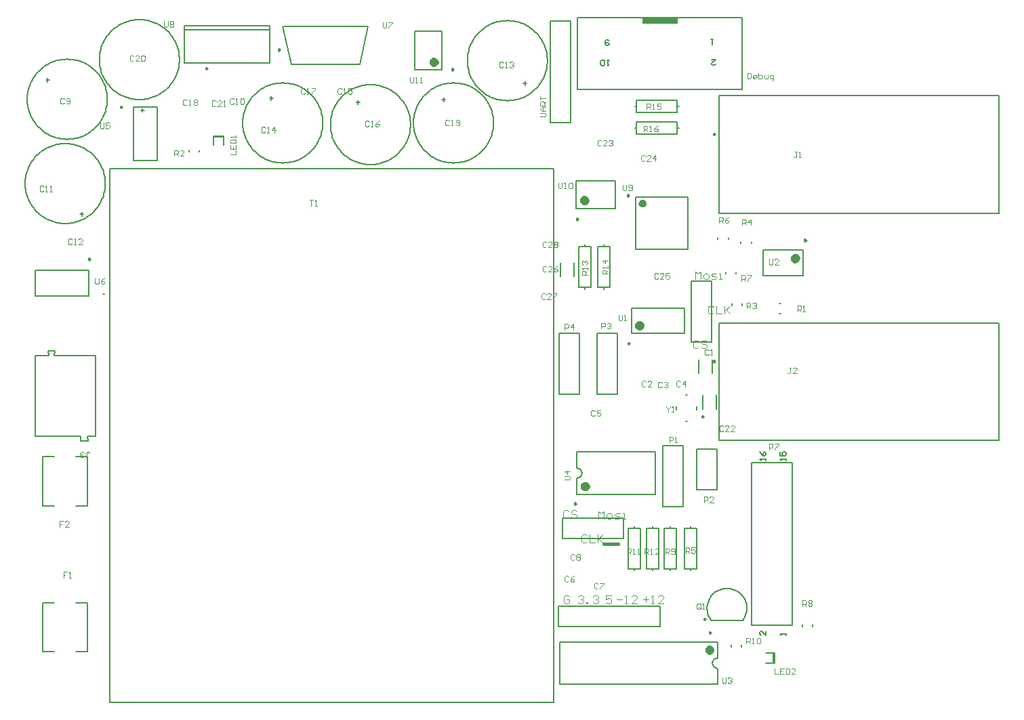
<source format=gto>
G04*
G04 #@! TF.GenerationSoftware,Altium Limited,Altium Designer,20.1.14 (287)*
G04*
G04 Layer_Color=65535*
%FSLAX25Y25*%
%MOIN*%
G70*
G04*
G04 #@! TF.SameCoordinates,DD9DAAA6-87D7-4B0E-BF1D-CD2AD6DAE19A*
G04*
G04*
G04 #@! TF.FilePolarity,Positive*
G04*
G01*
G75*
%ADD10C,0.00787*%
%ADD11C,0.00984*%
%ADD12C,0.02362*%
%ADD13C,0.01968*%
%ADD14C,0.00500*%
%ADD15C,0.01575*%
%ADD16C,0.00591*%
%ADD17C,0.00394*%
%ADD18C,0.00800*%
%ADD19C,0.00600*%
%ADD20R,0.05118X0.00803*%
%ADD21R,0.17716X0.03150*%
%ADD22R,0.00803X0.05118*%
D10*
X228185Y292292D02*
X228160Y293289D01*
X228084Y294284D01*
X227958Y295273D01*
X227782Y296255D01*
X227557Y297227D01*
X227282Y298185D01*
X226960Y299129D01*
X226590Y300055D01*
X226173Y300961D01*
X225711Y301846D01*
X225206Y302705D01*
X224657Y303538D01*
X224066Y304342D01*
X223436Y305115D01*
X222768Y305855D01*
X222062Y306560D01*
X221322Y307228D01*
X220549Y307859D01*
X219745Y308449D01*
X218913Y308998D01*
X218053Y309504D01*
X217169Y309966D01*
X216263Y310382D01*
X215337Y310752D01*
X214393Y311075D01*
X213434Y311349D01*
X212463Y311574D01*
X211481Y311750D01*
X210491Y311876D01*
X209497Y311952D01*
X208500Y311977D01*
X207503Y311952D01*
X206508Y311876D01*
X205519Y311750D01*
X204537Y311574D01*
X203566Y311349D01*
X202607Y311075D01*
X201663Y310752D01*
X200737Y310382D01*
X199831Y309966D01*
X198947Y309504D01*
X198087Y308998D01*
X197255Y308449D01*
X196451Y307859D01*
X195678Y307228D01*
X194938Y306560D01*
X194232Y305855D01*
X193564Y305115D01*
X192933Y304342D01*
X192343Y303538D01*
X191794Y302705D01*
X191288Y301846D01*
X190827Y300961D01*
X190410Y300055D01*
X190040Y299129D01*
X189718Y298185D01*
X189443Y297226D01*
X189218Y296255D01*
X189042Y295273D01*
X188916Y294284D01*
X188840Y293289D01*
X188815Y292292D01*
X188840Y291295D01*
X188916Y290301D01*
X189042Y289312D01*
X189218Y288330D01*
X189443Y287358D01*
X189718Y286399D01*
X190040Y285456D01*
X190410Y284529D01*
X190827Y283623D01*
X191288Y282739D01*
X191794Y281880D01*
X192343Y281047D01*
X192934Y280243D01*
X193564Y279470D01*
X194232Y278730D01*
X194938Y278025D01*
X195678Y277356D01*
X196451Y276726D01*
X197255Y276136D01*
X198087Y275587D01*
X198947Y275081D01*
X199831Y274619D01*
X200737Y274203D01*
X201663Y273833D01*
X202607Y273510D01*
X203566Y273236D01*
X204538Y273010D01*
X205519Y272834D01*
X206509Y272708D01*
X207503Y272633D01*
X208500Y272607D01*
X209497Y272633D01*
X210492Y272708D01*
X211481Y272834D01*
X212463Y273010D01*
X213434Y273236D01*
X214393Y273510D01*
X215337Y273833D01*
X216263Y274203D01*
X217169Y274619D01*
X218053Y275081D01*
X218913Y275587D01*
X219745Y276136D01*
X220549Y276726D01*
X221322Y277356D01*
X222062Y278025D01*
X222768Y278730D01*
X223436Y279470D01*
X224066Y280243D01*
X224657Y281047D01*
X225206Y281880D01*
X225712Y282739D01*
X226173Y283623D01*
X226590Y284529D01*
X226960Y285456D01*
X227282Y286400D01*
X227557Y287358D01*
X227782Y288330D01*
X227958Y289312D01*
X228084Y290301D01*
X228160Y291295D01*
X228185Y292292D01*
X36744Y208072D02*
X35957D01*
X36744D01*
X338280Y28950D02*
X337323Y28760D01*
X336512Y28218D01*
X335970Y27406D01*
X335780Y26450D01*
X335970Y25493D01*
X336512Y24682D01*
X337323Y24140D01*
X338280Y23950D01*
X144185Y292292D02*
X144160Y293289D01*
X144084Y294284D01*
X143958Y295273D01*
X143782Y296255D01*
X143557Y297227D01*
X143282Y298185D01*
X142960Y299129D01*
X142590Y300055D01*
X142173Y300962D01*
X141712Y301846D01*
X141206Y302705D01*
X140657Y303538D01*
X140067Y304342D01*
X139436Y305115D01*
X138768Y305855D01*
X138062Y306560D01*
X137322Y307229D01*
X136549Y307859D01*
X135745Y308449D01*
X134913Y308998D01*
X134053Y309504D01*
X133169Y309966D01*
X132263Y310382D01*
X131337Y310752D01*
X130393Y311075D01*
X129434Y311349D01*
X128463Y311575D01*
X127481Y311751D01*
X126491Y311877D01*
X125497Y311952D01*
X124500Y311978D01*
X123503Y311952D01*
X122509Y311877D01*
X121519Y311751D01*
X120537Y311575D01*
X119566Y311349D01*
X118607Y311075D01*
X117663Y310752D01*
X116737Y310382D01*
X115831Y309966D01*
X114947Y309504D01*
X114087Y308998D01*
X113254Y308449D01*
X112451Y307859D01*
X111678Y307229D01*
X110938Y306560D01*
X110232Y305855D01*
X109564Y305115D01*
X108933Y304342D01*
X108343Y303538D01*
X107794Y302705D01*
X107288Y301846D01*
X106827Y300962D01*
X106410Y300055D01*
X106040Y299129D01*
X105718Y298185D01*
X105443Y297227D01*
X105218Y296255D01*
X105042Y295273D01*
X104916Y294284D01*
X104840Y293289D01*
X104815Y292292D01*
X104840Y291295D01*
X104916Y290301D01*
X105042Y289312D01*
X105218Y288330D01*
X105443Y287358D01*
X105718Y286399D01*
X106040Y285456D01*
X106410Y284529D01*
X106827Y283623D01*
X107289Y282739D01*
X107794Y281880D01*
X108343Y281047D01*
X108934Y280243D01*
X109564Y279470D01*
X110232Y278730D01*
X110938Y278025D01*
X111678Y277356D01*
X112451Y276726D01*
X113255Y276136D01*
X114087Y275587D01*
X114947Y275081D01*
X115831Y274619D01*
X116737Y274203D01*
X117663Y273833D01*
X118607Y273510D01*
X119566Y273236D01*
X120537Y273010D01*
X121519Y272834D01*
X122509Y272708D01*
X123503Y272633D01*
X124500Y272607D01*
X125497Y272633D01*
X126492Y272708D01*
X127481Y272834D01*
X128463Y273010D01*
X129434Y273236D01*
X130393Y273510D01*
X131337Y273833D01*
X132263Y274203D01*
X133169Y274619D01*
X134053Y275081D01*
X134913Y275587D01*
X135746Y276136D01*
X136549Y276726D01*
X137322Y277356D01*
X138062Y278025D01*
X138768Y278730D01*
X139436Y279470D01*
X140067Y280243D01*
X140657Y281047D01*
X141206Y281880D01*
X141712Y282739D01*
X142173Y283623D01*
X142590Y284530D01*
X142960Y285456D01*
X143282Y286400D01*
X143557Y287358D01*
X143782Y288330D01*
X143958Y289312D01*
X144084Y290301D01*
X144160Y291296D01*
X144185Y292292D01*
X187343Y291450D02*
X187317Y292447D01*
X187241Y293441D01*
X187116Y294431D01*
X186940Y295412D01*
X186714Y296384D01*
X186440Y297343D01*
X186117Y298287D01*
X185747Y299213D01*
X185331Y300119D01*
X184869Y301003D01*
X184363Y301863D01*
X183814Y302695D01*
X183224Y303499D01*
X182594Y304272D01*
X181925Y305012D01*
X181220Y305717D01*
X180480Y306386D01*
X179707Y307016D01*
X178903Y307607D01*
X178070Y308155D01*
X177211Y308661D01*
X176327Y309123D01*
X175420Y309540D01*
X174494Y309910D01*
X173550Y310232D01*
X172592Y310507D01*
X171620Y310732D01*
X170638Y310908D01*
X169649Y311034D01*
X168655Y311110D01*
X167657Y311135D01*
X166660Y311110D01*
X165666Y311034D01*
X164677Y310908D01*
X163695Y310732D01*
X162723Y310507D01*
X161765Y310232D01*
X160821Y309910D01*
X159895Y309540D01*
X158988Y309123D01*
X158104Y308661D01*
X157245Y308155D01*
X156412Y307607D01*
X155608Y307016D01*
X154835Y306386D01*
X154095Y305717D01*
X153390Y305012D01*
X152721Y304272D01*
X152091Y303499D01*
X151501Y302695D01*
X150952Y301863D01*
X150446Y301003D01*
X149984Y300119D01*
X149568Y299213D01*
X149198Y298287D01*
X148875Y297343D01*
X148601Y296384D01*
X148375Y295412D01*
X148199Y294431D01*
X148073Y293441D01*
X147998Y292447D01*
X147972Y291450D01*
X147998Y290453D01*
X148073Y289458D01*
X148199Y288469D01*
X148375Y287487D01*
X148601Y286516D01*
X148875Y285557D01*
X149198Y284613D01*
X149568Y283687D01*
X149984Y282781D01*
X150446Y281897D01*
X150952Y281037D01*
X151501Y280204D01*
X152091Y279400D01*
X152721Y278627D01*
X153390Y277888D01*
X154095Y277182D01*
X154835Y276514D01*
X155608Y275883D01*
X156412Y275293D01*
X157245Y274744D01*
X158104Y274238D01*
X158988Y273777D01*
X159895Y273360D01*
X160821Y272990D01*
X161765Y272668D01*
X162723Y272393D01*
X163695Y272168D01*
X164677Y271992D01*
X165666Y271866D01*
X166660Y271790D01*
X167657Y271765D01*
X168655Y271790D01*
X169649Y271866D01*
X170638Y271992D01*
X171620Y272168D01*
X172592Y272393D01*
X173550Y272668D01*
X174494Y272990D01*
X175420Y273360D01*
X176327Y273777D01*
X177211Y274238D01*
X178070Y274744D01*
X178903Y275293D01*
X179707Y275883D01*
X180480Y276514D01*
X181220Y277182D01*
X181925Y277888D01*
X182594Y278628D01*
X183224Y279401D01*
X183814Y280205D01*
X184363Y281037D01*
X184869Y281897D01*
X185331Y282781D01*
X185747Y283687D01*
X186117Y284613D01*
X186440Y285557D01*
X186714Y286516D01*
X186940Y287487D01*
X187116Y288469D01*
X187241Y289458D01*
X187317Y290453D01*
X187343Y291450D01*
X254685Y322950D02*
X254660Y323947D01*
X254584Y324941D01*
X254458Y325931D01*
X254282Y326912D01*
X254057Y327884D01*
X253782Y328843D01*
X253460Y329787D01*
X253090Y330713D01*
X252673Y331619D01*
X252211Y332503D01*
X251706Y333363D01*
X251157Y334195D01*
X250566Y334999D01*
X249936Y335772D01*
X249268Y336512D01*
X248562Y337217D01*
X247822Y337886D01*
X247049Y338516D01*
X246245Y339107D01*
X245413Y339655D01*
X244553Y340161D01*
X243669Y340623D01*
X242763Y341040D01*
X241837Y341409D01*
X240893Y341732D01*
X239934Y342006D01*
X238963Y342232D01*
X237981Y342408D01*
X236992Y342534D01*
X235997Y342610D01*
X235000Y342635D01*
X234003Y342610D01*
X233009Y342534D01*
X232019Y342408D01*
X231037Y342232D01*
X230066Y342006D01*
X229107Y341732D01*
X228163Y341409D01*
X227237Y341040D01*
X226331Y340623D01*
X225447Y340161D01*
X224587Y339655D01*
X223755Y339107D01*
X222951Y338516D01*
X222178Y337886D01*
X221438Y337217D01*
X220732Y336512D01*
X220064Y335772D01*
X219433Y334999D01*
X218843Y334195D01*
X218294Y333363D01*
X217788Y332503D01*
X217327Y331619D01*
X216910Y330713D01*
X216540Y329786D01*
X216218Y328843D01*
X215943Y327884D01*
X215718Y326912D01*
X215542Y325931D01*
X215416Y324941D01*
X215340Y323947D01*
X215315Y322950D01*
X215340Y321953D01*
X215416Y320958D01*
X215542Y319969D01*
X215718Y318987D01*
X215943Y318016D01*
X216218Y317057D01*
X216540Y316113D01*
X216910Y315187D01*
X217327Y314281D01*
X217789Y313397D01*
X218294Y312537D01*
X218843Y311704D01*
X219434Y310900D01*
X220064Y310127D01*
X220732Y309387D01*
X221438Y308682D01*
X222178Y308014D01*
X222951Y307383D01*
X223755Y306793D01*
X224587Y306244D01*
X225447Y305738D01*
X226331Y305276D01*
X227237Y304860D01*
X228163Y304490D01*
X229107Y304168D01*
X230066Y303893D01*
X231037Y303668D01*
X232019Y303492D01*
X233009Y303366D01*
X234003Y303290D01*
X235000Y303265D01*
X235997Y303290D01*
X236992Y303366D01*
X237981Y303492D01*
X238963Y303668D01*
X239934Y303893D01*
X240893Y304168D01*
X241837Y304490D01*
X242763Y304860D01*
X243669Y305276D01*
X244553Y305738D01*
X245413Y306244D01*
X246246Y306793D01*
X247049Y307383D01*
X247822Y308014D01*
X248562Y308682D01*
X249268Y309388D01*
X249936Y310128D01*
X250567Y310901D01*
X251157Y311704D01*
X251706Y312537D01*
X252212Y313397D01*
X252673Y314281D01*
X253090Y315187D01*
X253460Y316113D01*
X253782Y317057D01*
X254057Y318016D01*
X254282Y318987D01*
X254458Y319969D01*
X254584Y320958D01*
X254660Y321953D01*
X254685Y322950D01*
X350795Y47544D02*
X351362Y48379D01*
X351840Y49268D01*
X352224Y50200D01*
X352510Y51168D01*
X352694Y52160D01*
X352776Y53166D01*
X352753Y54175D01*
X352626Y55176D01*
X352397Y56158D01*
X352068Y57112D01*
X351642Y58027D01*
X351125Y58893D01*
X350521Y59701D01*
X349837Y60443D01*
X349080Y61110D01*
X348258Y61695D01*
X347381Y62193D01*
X346457Y62598D01*
X345496Y62906D01*
X344508Y63112D01*
X343505Y63216D01*
X342495D01*
X341492Y63112D01*
X340504Y62906D01*
X339543Y62598D01*
X338619Y62193D01*
X337742Y61695D01*
X336920Y61110D01*
X336163Y60443D01*
X335479Y59701D01*
X334875Y58893D01*
X334358Y58027D01*
X333932Y57112D01*
X333603Y56158D01*
X333374Y55176D01*
X333247Y54175D01*
X333225Y53166D01*
X333306Y52160D01*
X333490Y51168D01*
X333776Y50200D01*
X334160Y49267D01*
X334638Y48379D01*
X335205Y47544D01*
X37185Y262450D02*
X37160Y263447D01*
X37084Y264441D01*
X36958Y265431D01*
X36782Y266412D01*
X36557Y267384D01*
X36282Y268343D01*
X35960Y269287D01*
X35590Y270213D01*
X35173Y271119D01*
X34712Y272003D01*
X34206Y272863D01*
X33657Y273695D01*
X33066Y274499D01*
X32436Y275272D01*
X31768Y276012D01*
X31062Y276717D01*
X30322Y277386D01*
X29549Y278016D01*
X28745Y278607D01*
X27913Y279155D01*
X27053Y279661D01*
X26169Y280123D01*
X25263Y280540D01*
X24337Y280909D01*
X23393Y281232D01*
X22434Y281506D01*
X21463Y281732D01*
X20481Y281908D01*
X19491Y282034D01*
X18497Y282110D01*
X17500Y282135D01*
X16503Y282110D01*
X15508Y282034D01*
X14519Y281908D01*
X13537Y281732D01*
X12566Y281506D01*
X11607Y281232D01*
X10663Y280909D01*
X9737Y280540D01*
X8831Y280123D01*
X7947Y279661D01*
X7087Y279155D01*
X6255Y278607D01*
X5451Y278016D01*
X4678Y277386D01*
X3938Y276717D01*
X3232Y276012D01*
X2564Y275272D01*
X1933Y274499D01*
X1343Y273695D01*
X794Y272863D01*
X288Y272003D01*
X-173Y271119D01*
X-590Y270213D01*
X-960Y269286D01*
X-1282Y268343D01*
X-1557Y267384D01*
X-1782Y266412D01*
X-1958Y265431D01*
X-2084Y264441D01*
X-2160Y263447D01*
X-2185Y262450D01*
X-2160Y261453D01*
X-2084Y260458D01*
X-1958Y259469D01*
X-1782Y258487D01*
X-1557Y257516D01*
X-1282Y256557D01*
X-960Y255613D01*
X-590Y254687D01*
X-173Y253781D01*
X289Y252897D01*
X794Y252037D01*
X1343Y251204D01*
X1934Y250400D01*
X2564Y249627D01*
X3232Y248887D01*
X3938Y248182D01*
X4678Y247514D01*
X5451Y246883D01*
X6255Y246293D01*
X7087Y245744D01*
X7947Y245238D01*
X8831Y244777D01*
X9737Y244360D01*
X10663Y243990D01*
X11607Y243668D01*
X12566Y243393D01*
X13537Y243168D01*
X14519Y242992D01*
X15509Y242866D01*
X16503Y242790D01*
X17500Y242765D01*
X18497Y242790D01*
X19492Y242866D01*
X20481Y242992D01*
X21463Y243168D01*
X22434Y243393D01*
X23393Y243668D01*
X24337Y243990D01*
X25263Y244360D01*
X26169Y244777D01*
X27053Y245238D01*
X27913Y245744D01*
X28745Y246293D01*
X29549Y246883D01*
X30322Y247514D01*
X31062Y248182D01*
X31768Y248888D01*
X32436Y249628D01*
X33066Y250401D01*
X33657Y251204D01*
X34206Y252037D01*
X34712Y252897D01*
X35173Y253781D01*
X35590Y254687D01*
X35960Y255613D01*
X36282Y256557D01*
X36557Y257516D01*
X36782Y258487D01*
X36958Y259469D01*
X37084Y260458D01*
X37160Y261453D01*
X37185Y262450D01*
X38185Y303950D02*
X38160Y304947D01*
X38084Y305941D01*
X37958Y306931D01*
X37782Y307912D01*
X37557Y308884D01*
X37282Y309843D01*
X36960Y310787D01*
X36590Y311713D01*
X36173Y312619D01*
X35712Y313503D01*
X35206Y314363D01*
X34657Y315195D01*
X34066Y315999D01*
X33436Y316772D01*
X32768Y317512D01*
X32062Y318217D01*
X31322Y318886D01*
X30549Y319516D01*
X29745Y320107D01*
X28913Y320655D01*
X28053Y321161D01*
X27169Y321623D01*
X26263Y322040D01*
X25337Y322410D01*
X24393Y322732D01*
X23434Y323007D01*
X22463Y323232D01*
X21481Y323408D01*
X20492Y323534D01*
X19497Y323610D01*
X18500Y323635D01*
X17503Y323610D01*
X16509Y323534D01*
X15519Y323408D01*
X14537Y323232D01*
X13566Y323007D01*
X12607Y322732D01*
X11663Y322410D01*
X10737Y322040D01*
X9831Y321623D01*
X8947Y321161D01*
X8087Y320655D01*
X7255Y320107D01*
X6451Y319516D01*
X5678Y318886D01*
X4938Y318217D01*
X4232Y317512D01*
X3564Y316772D01*
X2933Y315999D01*
X2343Y315195D01*
X1794Y314363D01*
X1288Y313503D01*
X827Y312619D01*
X410Y311713D01*
X40Y310787D01*
X-282Y309843D01*
X-557Y308884D01*
X-782Y307912D01*
X-958Y306931D01*
X-1084Y305941D01*
X-1160Y304947D01*
X-1185Y303950D01*
X-1160Y302953D01*
X-1084Y301958D01*
X-958Y300969D01*
X-782Y299987D01*
X-557Y299016D01*
X-282Y298057D01*
X40Y297113D01*
X410Y296187D01*
X827Y295281D01*
X1288Y294397D01*
X1794Y293537D01*
X2343Y292704D01*
X2934Y291900D01*
X3564Y291127D01*
X4233Y290388D01*
X4938Y289682D01*
X5678Y289014D01*
X6451Y288383D01*
X7255Y287793D01*
X8087Y287244D01*
X8947Y286738D01*
X9831Y286277D01*
X10737Y285860D01*
X11663Y285490D01*
X12607Y285168D01*
X13566Y284893D01*
X14537Y284668D01*
X15519Y284492D01*
X16509Y284366D01*
X17503Y284290D01*
X18500Y284265D01*
X19497Y284290D01*
X20492Y284366D01*
X21481Y284492D01*
X22463Y284668D01*
X23434Y284893D01*
X24393Y285168D01*
X25337Y285490D01*
X26263Y285860D01*
X27169Y286277D01*
X28053Y286738D01*
X28913Y287244D01*
X29746Y287793D01*
X30549Y288383D01*
X31322Y289014D01*
X32062Y289682D01*
X32768Y290388D01*
X33436Y291128D01*
X34067Y291901D01*
X34657Y292705D01*
X35206Y293537D01*
X35712Y294397D01*
X36173Y295281D01*
X36590Y296187D01*
X36960Y297113D01*
X37282Y298057D01*
X37557Y299016D01*
X37782Y299987D01*
X37958Y300969D01*
X38084Y301958D01*
X38160Y302953D01*
X38185Y303950D01*
X73685Y323450D02*
X73660Y324447D01*
X73584Y325441D01*
X73458Y326431D01*
X73282Y327412D01*
X73057Y328384D01*
X72782Y329343D01*
X72460Y330287D01*
X72090Y331213D01*
X71673Y332119D01*
X71211Y333003D01*
X70706Y333862D01*
X70157Y334695D01*
X69566Y335499D01*
X68936Y336272D01*
X68268Y337012D01*
X67562Y337717D01*
X66822Y338386D01*
X66049Y339016D01*
X65245Y339607D01*
X64413Y340155D01*
X63553Y340661D01*
X62669Y341123D01*
X61763Y341540D01*
X60837Y341910D01*
X59893Y342232D01*
X58934Y342507D01*
X57963Y342732D01*
X56981Y342908D01*
X55992Y343034D01*
X54997Y343110D01*
X54000Y343135D01*
X53003Y343110D01*
X52008Y343034D01*
X51019Y342908D01*
X50037Y342732D01*
X49066Y342507D01*
X48107Y342232D01*
X47163Y341910D01*
X46237Y341540D01*
X45331Y341123D01*
X44447Y340661D01*
X43587Y340155D01*
X42755Y339607D01*
X41951Y339016D01*
X41178Y338386D01*
X40438Y337717D01*
X39732Y337012D01*
X39064Y336272D01*
X38434Y335499D01*
X37843Y334695D01*
X37294Y333862D01*
X36788Y333003D01*
X36327Y332119D01*
X35910Y331213D01*
X35540Y330287D01*
X35218Y329343D01*
X34943Y328384D01*
X34718Y327412D01*
X34542Y326431D01*
X34416Y325441D01*
X34340Y324447D01*
X34315Y323450D01*
X34340Y322453D01*
X34416Y321458D01*
X34542Y320469D01*
X34718Y319487D01*
X34943Y318516D01*
X35218Y317557D01*
X35540Y316613D01*
X35910Y315687D01*
X36327Y314781D01*
X36788Y313897D01*
X37294Y313037D01*
X37843Y312204D01*
X38434Y311401D01*
X39064Y310628D01*
X39733Y309888D01*
X40438Y309182D01*
X41178Y308514D01*
X41951Y307883D01*
X42755Y307293D01*
X43587Y306744D01*
X44447Y306238D01*
X45331Y305777D01*
X46237Y305360D01*
X47163Y304990D01*
X48107Y304667D01*
X49066Y304393D01*
X50037Y304168D01*
X51019Y303992D01*
X52009Y303866D01*
X53003Y303790D01*
X54000Y303765D01*
X54997Y303790D01*
X55992Y303866D01*
X56981Y303992D01*
X57963Y304168D01*
X58934Y304393D01*
X59893Y304668D01*
X60837Y304990D01*
X61763Y305360D01*
X62669Y305777D01*
X63553Y306238D01*
X64413Y306744D01*
X65245Y307293D01*
X66049Y307883D01*
X66822Y308514D01*
X67562Y309182D01*
X68268Y309888D01*
X68936Y310628D01*
X69567Y311401D01*
X70157Y312205D01*
X70706Y313037D01*
X71212Y313897D01*
X71673Y314781D01*
X72090Y315687D01*
X72460Y316613D01*
X72782Y317557D01*
X73057Y318516D01*
X73282Y319487D01*
X73458Y320469D01*
X73584Y321458D01*
X73660Y322453D01*
X73685Y323450D01*
X269209Y117450D02*
X270165Y117640D01*
X270976Y118182D01*
X271518Y118993D01*
X271709Y119950D01*
X271518Y120906D01*
X270976Y121718D01*
X270165Y122259D01*
X269209Y122450D01*
X260000Y44450D02*
Y54450D01*
X310000D01*
X260000Y44450D02*
X310000D01*
Y54450D01*
X260720Y16017D02*
Y36883D01*
X338280Y16017D02*
Y23950D01*
Y28950D02*
Y36883D01*
X260720Y16017D02*
X338280D01*
X260720Y36883D02*
X338280D01*
X262000Y87950D02*
X292000D01*
Y97950D01*
X262000D02*
X292000D01*
X262000Y87950D02*
Y97950D01*
X335500Y184450D02*
Y214450D01*
X325500D02*
X335500D01*
X325500Y184450D02*
Y214450D01*
Y184450D02*
X335500D01*
X331154Y151505D02*
Y158395D01*
X337858Y151526D02*
Y158416D01*
X267858Y216664D02*
Y223553D01*
X261154Y216643D02*
Y223533D01*
X75937Y338202D02*
X118063D01*
X75937Y340170D02*
X118063D01*
X75937Y321666D02*
X118063D01*
X75937D02*
Y340170D01*
X118063Y321666D02*
Y340170D01*
X124496Y339702D02*
X128697Y321198D01*
X124693Y339702D02*
X166307D01*
X162303Y321198D02*
X166504Y339702D01*
X128697Y321198D02*
X162303D01*
X202693Y318304D02*
Y337595D01*
X189307Y318304D02*
Y337595D01*
Y318304D02*
X202693D01*
X189307Y337595D02*
X202693D01*
X256000Y292450D02*
X266000D01*
X256000D02*
Y342450D01*
X266000Y292450D02*
Y342450D01*
X256000D02*
X266000D01*
X83461Y278056D02*
Y278844D01*
X78539Y278056D02*
Y278844D01*
X51094Y273761D02*
Y300139D01*
X62906Y273761D02*
Y300139D01*
X51094D02*
X62906D01*
X51094Y273761D02*
X62906D01*
X95559Y281588D02*
Y285918D01*
X90441Y281588D02*
Y285918D01*
X95559D01*
X380039Y44556D02*
Y45344D01*
X384961Y44556D02*
Y45344D01*
X325000Y72950D02*
X328000D01*
Y92950D01*
X322000D02*
X328000D01*
X322000Y72950D02*
Y92950D01*
Y72950D02*
X325000D01*
Y92950D02*
Y93850D01*
Y72050D02*
Y72950D01*
X335205Y47544D02*
X350795D01*
X355000Y125272D02*
X375000D01*
X355000Y45272D02*
X375000D01*
Y125272D01*
X355000Y45272D02*
Y125272D01*
X355092Y233091D02*
Y233879D01*
X349777Y233091D02*
Y233879D01*
X338343Y235056D02*
Y235843D01*
X343657Y235056D02*
Y235843D01*
X360719Y229707D02*
X380404D01*
X360719Y217108D02*
X380404D01*
Y229707D01*
X360719Y217108D02*
Y229707D01*
X368606Y198489D02*
X369394D01*
X368606Y203410D02*
X369394D01*
X339260Y305735D02*
X476661D01*
X339260Y247861D02*
X476661D01*
X339260D02*
Y305735D01*
X476661Y247861D02*
Y305735D01*
X339260Y193937D02*
X476661D01*
X339260Y136063D02*
X476661D01*
X339260D02*
Y193937D01*
X476661Y136063D02*
Y193937D01*
X269528Y308705D02*
Y344138D01*
Y308705D02*
X350472D01*
X269528Y344138D02*
X350472D01*
Y308705D02*
Y344138D01*
X335846Y169005D02*
Y175895D01*
X329142Y168984D02*
Y175874D01*
X317980Y151064D02*
Y152836D01*
X322705Y158347D02*
X323295D01*
X328020Y151064D02*
Y152836D01*
X322705Y145552D02*
X323295D01*
X328000Y111950D02*
Y131950D01*
Y111950D02*
X338000D01*
Y131950D01*
X328000D02*
X338000D01*
X279000Y158950D02*
X289000D01*
X279000D02*
Y188950D01*
X289000D01*
Y158950D02*
Y188950D01*
X318500Y289950D02*
Y292950D01*
X298500D02*
X318500D01*
X298500Y286950D02*
Y292950D01*
Y286950D02*
X318500D01*
Y289950D01*
X297600D02*
X298500D01*
X318500D02*
X319400D01*
X318500Y300450D02*
X319400D01*
X297600D02*
X298500D01*
X318500Y297450D02*
Y300450D01*
X298500Y297450D02*
X318500D01*
X298500D02*
Y303450D01*
X318500D01*
Y300450D02*
Y303450D01*
X342539Y218056D02*
Y218844D01*
X347461Y218056D02*
Y218844D01*
X260500Y158950D02*
X270500D01*
X260500D02*
Y188950D01*
X270500D01*
Y158950D02*
Y188950D01*
X362138Y26391D02*
X366469D01*
X362138Y31509D02*
X366469D01*
Y26391D02*
Y31509D01*
X350461Y202556D02*
Y203344D01*
X345539Y202556D02*
Y203344D01*
X349961Y34556D02*
Y35344D01*
X345039Y34556D02*
Y35344D01*
X315167Y72050D02*
Y72950D01*
Y92950D02*
Y93850D01*
X312167Y72950D02*
X315167D01*
X312167D02*
Y92950D01*
X318167D01*
Y72950D02*
Y92950D01*
X315167Y72950D02*
X318167D01*
X306333D02*
X309333D01*
Y92950D01*
X303333D02*
X309333D01*
X303333Y72950D02*
Y92950D01*
Y72950D02*
X306333D01*
Y92950D02*
Y93850D01*
Y72050D02*
Y72950D01*
X268854Y250257D02*
X288146D01*
X268854Y263643D02*
X288146D01*
X268854Y250257D02*
Y263643D01*
X288146Y250257D02*
Y263643D01*
X2811Y219749D02*
X29189D01*
X2811Y207151D02*
X29189D01*
Y219749D01*
X2811Y207151D02*
Y219749D01*
X2736Y138264D02*
X25177D01*
X28523D02*
X32263D01*
X24980Y135902D02*
X25177Y138264D01*
X28523D02*
X28720Y135902D01*
X24980D02*
X28720D01*
X12185Y177634D02*
X32263D01*
Y138264D02*
Y177634D01*
X2736D02*
X9429D01*
X9134Y179997D02*
X9429Y177634D01*
X12185D02*
X12480Y179997D01*
X9134D02*
X12480D01*
X2736Y138264D02*
X2736Y177634D01*
X6476Y103942D02*
X12087D01*
X22913D02*
X28524D01*
Y127958D01*
X6476D02*
X12087D01*
X22913D02*
X28524D01*
X6476Y103942D02*
Y127958D01*
Y32099D02*
X12087D01*
X22913D02*
X28524D01*
Y56115D01*
X6476D02*
X12087D01*
X22913D02*
X28524D01*
X6476Y32099D02*
Y56115D01*
X298205Y230155D02*
Y255745D01*
Y230155D02*
X323795D01*
Y255745D01*
X298205D02*
X323795D01*
X321992Y188651D02*
Y201249D01*
X296008Y188651D02*
Y201249D01*
X321992D01*
X296008Y188651D02*
X321992D01*
X321500Y103392D02*
Y133392D01*
X311500D02*
X321500D01*
X311500Y103392D02*
Y133392D01*
Y103392D02*
X321500D01*
X273000Y211450D02*
X276000D01*
Y231450D01*
X270000D02*
X276000D01*
X270000Y211450D02*
Y231450D01*
Y211450D02*
X273000D01*
Y231450D02*
Y232350D01*
Y210550D02*
Y211450D01*
X279500Y231450D02*
X282500D01*
X279500Y211450D02*
Y231450D01*
Y211450D02*
X285500D01*
Y231450D01*
X282500D02*
X285500D01*
X282500Y210550D02*
Y211450D01*
Y231450D02*
Y232350D01*
X294500Y92950D02*
X297500D01*
X294500Y72950D02*
Y92950D01*
Y72950D02*
X300500D01*
Y92950D01*
X297500D02*
X300500D01*
X297500Y72050D02*
Y72950D01*
Y92950D02*
Y93850D01*
X307791Y109517D02*
Y130383D01*
X269209Y122450D02*
Y130383D01*
Y109517D02*
Y117450D01*
Y130383D02*
X307791D01*
X269209Y109517D02*
X307791D01*
D11*
X335110Y41450D02*
X334372Y41876D01*
Y41024D01*
X335110Y41450D01*
X87492Y319107D02*
X86754Y319533D01*
Y318681D01*
X87492Y319107D01*
X123020Y328324D02*
X122282Y328750D01*
Y327898D01*
X123020Y328324D01*
X208402Y318698D02*
X207663Y319124D01*
Y318272D01*
X208402Y318698D01*
X332350Y48135D02*
X331612Y48561D01*
Y47709D01*
X332350Y48135D01*
X45484Y300139D02*
X44746Y300565D01*
Y299713D01*
X45484Y300139D01*
X381998Y234529D02*
X381260Y234956D01*
Y234103D01*
X381998Y234529D01*
X337193Y286798D02*
X336455Y287225D01*
Y286372D01*
X337193Y286798D01*
Y175000D02*
X336455Y175426D01*
Y174574D01*
X337193Y175000D01*
X331465Y147816D02*
X330726Y148242D01*
Y147390D01*
X331465Y147816D01*
X269740Y245040D02*
X269002Y245467D01*
Y244614D01*
X269740Y245040D01*
X29681Y225261D02*
X28943Y225687D01*
Y224835D01*
X29681Y225261D01*
X294760Y256631D02*
X294022Y257057D01*
Y256205D01*
X294760Y256631D01*
X295122Y183729D02*
X294384Y184156D01*
Y183303D01*
X295122Y183729D01*
X268874Y104950D02*
X268136Y105376D01*
Y104524D01*
X268874Y104950D01*
D12*
X335524Y32946D02*
X335079Y33869D01*
X334080Y34097D01*
X333278Y33458D01*
Y32433D01*
X334080Y31794D01*
X335079Y32023D01*
X335524Y32946D01*
X199937Y322241D02*
X199492Y323165D01*
X198493Y323393D01*
X197692Y322754D01*
Y321729D01*
X198493Y321090D01*
X199492Y321318D01*
X199937Y322241D01*
X377648Y225770D02*
X377203Y226693D01*
X376204Y226921D01*
X375403Y226282D01*
Y225257D01*
X376204Y224618D01*
X377203Y224846D01*
X377648Y225770D01*
X273972Y254194D02*
X273528Y255117D01*
X272529Y255345D01*
X271727Y254706D01*
Y253681D01*
X272529Y253042D01*
X273528Y253271D01*
X273972Y254194D01*
X301126Y192588D02*
X300681Y193511D01*
X299682Y193739D01*
X298881Y193100D01*
Y192075D01*
X299682Y191436D01*
X300681Y191664D01*
X301126Y192588D01*
X274327Y113454D02*
X273882Y114377D01*
X272883Y114605D01*
X272081Y113966D01*
Y112941D01*
X272883Y112302D01*
X273882Y112530D01*
X274327Y113454D01*
D13*
X302437Y252497D02*
X301945Y253349D01*
X300961D01*
X300468Y252497D01*
X300961Y251645D01*
X301945D01*
X302437Y252497D01*
D14*
X39303Y269745D02*
X257807D01*
X39303Y7147D02*
Y269745D01*
X257807Y7147D02*
Y269745D01*
X39303Y7147D02*
X257807D01*
D15*
X282457Y85261D02*
X289543D01*
D16*
X203623Y302950D02*
Y304786D01*
X202704Y303868D02*
X204541D01*
X118877Y305292D02*
Y303456D01*
X119796Y304374D02*
X117959D01*
X161535Y303450D02*
Y301613D01*
X162453Y302532D02*
X160617D01*
X243622Y310950D02*
Y312787D01*
X242704Y311868D02*
X244541D01*
X25622Y246450D02*
Y248287D01*
X24704Y247368D02*
X26541D01*
X8878Y314450D02*
Y312613D01*
X9796Y313531D02*
X7959D01*
X55576Y297664D02*
Y299500D01*
X54657Y298582D02*
X56494D01*
D17*
X301894Y57811D02*
X304518D01*
X303206Y59123D02*
Y56499D01*
X305829Y55844D02*
X307141D01*
X306485D01*
Y59779D01*
X305829Y59123D01*
X311733Y55844D02*
X309109D01*
X311733Y58467D01*
Y59123D01*
X311077Y59779D01*
X309765D01*
X309109Y59123D01*
X288894Y57811D02*
X291517D01*
X292829Y55844D02*
X294141D01*
X293485D01*
Y59779D01*
X292829Y59123D01*
X298733Y55844D02*
X296109D01*
X298733Y58467D01*
Y59123D01*
X298077Y59779D01*
X296765D01*
X296109Y59123D01*
X286017Y59779D02*
X283394D01*
Y57811D01*
X284706Y58467D01*
X285362D01*
X286017Y57811D01*
Y56499D01*
X285362Y55844D01*
X284050D01*
X283394Y56499D01*
X269894Y59123D02*
X270550Y59779D01*
X271862D01*
X272517Y59123D01*
Y58467D01*
X271862Y57811D01*
X271206D01*
X271862D01*
X272517Y57155D01*
Y56499D01*
X271862Y55844D01*
X270550D01*
X269894Y56499D01*
X273829Y55844D02*
Y56499D01*
X274485D01*
Y55844D01*
X273829D01*
X277109Y59123D02*
X277765Y59779D01*
X279077D01*
X279733Y59123D01*
Y58467D01*
X279077Y57811D01*
X278421D01*
X279077D01*
X279733Y57155D01*
Y56499D01*
X279077Y55844D01*
X277765D01*
X277109Y56499D01*
X265517Y59123D02*
X264862Y59779D01*
X263550D01*
X262894Y59123D01*
Y56499D01*
X263550Y55844D01*
X264862D01*
X265517Y56499D01*
Y57811D01*
X264206D01*
X279894Y97343D02*
Y101279D01*
X281206Y99967D01*
X282518Y101279D01*
Y97343D01*
X284485D02*
X285797D01*
X286453Y98000D01*
Y99311D01*
X285797Y99967D01*
X284485D01*
X283829Y99311D01*
Y98000D01*
X284485Y97343D01*
X287765D02*
X289733D01*
X290389Y98000D01*
X289733Y98655D01*
X288421D01*
X287765Y99311D01*
X288421Y99967D01*
X290389D01*
X291701Y97343D02*
X293013D01*
X292357D01*
Y99967D01*
X291701D01*
X274018Y89123D02*
X273362Y89779D01*
X272050D01*
X271394Y89123D01*
Y86500D01*
X272050Y85843D01*
X273362D01*
X274018Y86500D01*
X275329Y89779D02*
Y85843D01*
X277953D01*
X279265Y89779D02*
Y85843D01*
Y87155D01*
X281889Y89779D01*
X279921Y87811D01*
X281889Y85843D01*
X265018Y101123D02*
X264362Y101779D01*
X263050D01*
X262394Y101123D01*
Y98500D01*
X263050Y97843D01*
X264362D01*
X265018Y98500D01*
X268953Y101123D02*
X268297Y101779D01*
X266985D01*
X266329Y101123D01*
Y100467D01*
X266985Y99811D01*
X268297D01*
X268953Y99155D01*
Y98500D01*
X268297Y97843D01*
X266985D01*
X266329Y98500D01*
X329017Y184623D02*
X328362Y185279D01*
X327050D01*
X326394Y184623D01*
Y182000D01*
X327050Y181343D01*
X328362D01*
X329017Y182000D01*
X332953Y184623D02*
X332297Y185279D01*
X330985D01*
X330329Y184623D01*
Y183967D01*
X330985Y183311D01*
X332297D01*
X332953Y182655D01*
Y182000D01*
X332297Y181343D01*
X330985D01*
X330329Y182000D01*
X336518Y201623D02*
X335862Y202279D01*
X334550D01*
X333894Y201623D01*
Y199000D01*
X334550Y198344D01*
X335862D01*
X336518Y199000D01*
X337829Y202279D02*
Y198344D01*
X340453D01*
X341765Y202279D02*
Y198344D01*
Y199655D01*
X344389Y202279D01*
X342421Y200311D01*
X344389Y198344D01*
X327394Y215343D02*
Y219279D01*
X328706Y217967D01*
X330017Y219279D01*
Y215343D01*
X331985D02*
X333297D01*
X333953Y216000D01*
Y217311D01*
X333297Y217967D01*
X331985D01*
X331329Y217311D01*
Y216000D01*
X331985Y215343D01*
X335265D02*
X337233D01*
X337889Y216000D01*
X337233Y216655D01*
X335921D01*
X335265Y217311D01*
X335921Y217967D01*
X337889D01*
X339201Y215343D02*
X340513D01*
X339857D01*
Y217967D01*
X339201D01*
X341163Y142868D02*
X340704Y143327D01*
X339786D01*
X339327Y142868D01*
Y141032D01*
X339786Y140572D01*
X340704D01*
X341163Y141032D01*
X343918Y140572D02*
X342082D01*
X343918Y142409D01*
Y142868D01*
X343459Y143327D01*
X342541D01*
X342082Y142868D01*
X346673Y140572D02*
X344837D01*
X346673Y142409D01*
Y142868D01*
X346214Y143327D01*
X345296D01*
X344837Y142868D01*
X254163Y233368D02*
X253704Y233827D01*
X252786D01*
X252327Y233368D01*
Y231532D01*
X252786Y231072D01*
X253704D01*
X254163Y231532D01*
X256918Y231072D02*
X255082D01*
X256918Y232909D01*
Y233368D01*
X256459Y233827D01*
X255541D01*
X255082Y233368D01*
X257837D02*
X258296Y233827D01*
X259214D01*
X259673Y233368D01*
Y232909D01*
X259214Y232450D01*
X259673Y231991D01*
Y231532D01*
X259214Y231072D01*
X258296D01*
X257837Y231532D01*
Y231991D01*
X258296Y232450D01*
X257837Y232909D01*
Y233368D01*
X258296Y232450D02*
X259214D01*
X253663Y207868D02*
X253204Y208327D01*
X252286D01*
X251827Y207868D01*
Y206031D01*
X252286Y205572D01*
X253204D01*
X253663Y206031D01*
X256418Y205572D02*
X254582D01*
X256418Y207409D01*
Y207868D01*
X255959Y208327D01*
X255041D01*
X254582Y207868D01*
X257337Y208327D02*
X259173D01*
Y207868D01*
X257337Y206031D01*
Y205572D01*
X254163Y221368D02*
X253704Y221827D01*
X252786D01*
X252327Y221368D01*
Y219531D01*
X252786Y219072D01*
X253704D01*
X254163Y219531D01*
X256918Y219072D02*
X255082D01*
X256918Y220909D01*
Y221368D01*
X256459Y221827D01*
X255541D01*
X255082Y221368D01*
X259673Y221827D02*
X258755Y221368D01*
X257837Y220450D01*
Y219531D01*
X258296Y219072D01*
X259214D01*
X259673Y219531D01*
Y219991D01*
X259214Y220450D01*
X257837D01*
X309163Y217868D02*
X308704Y218327D01*
X307786D01*
X307327Y217868D01*
Y216032D01*
X307786Y215572D01*
X308704D01*
X309163Y216032D01*
X311918Y215572D02*
X310082D01*
X311918Y217409D01*
Y217868D01*
X311459Y218327D01*
X310541D01*
X310082Y217868D01*
X314673Y218327D02*
X312837D01*
Y216950D01*
X313755Y217409D01*
X314214D01*
X314673Y216950D01*
Y216032D01*
X314214Y215572D01*
X313296D01*
X312837Y216032D01*
X302663Y275868D02*
X302204Y276327D01*
X301286D01*
X300827Y275868D01*
Y274031D01*
X301286Y273572D01*
X302204D01*
X302663Y274031D01*
X305418Y273572D02*
X303582D01*
X305418Y275409D01*
Y275868D01*
X304959Y276327D01*
X304041D01*
X303582Y275868D01*
X307714Y273572D02*
Y276327D01*
X306337Y274950D01*
X308173D01*
X281163Y283368D02*
X280704Y283827D01*
X279786D01*
X279327Y283368D01*
Y281532D01*
X279786Y281072D01*
X280704D01*
X281163Y281532D01*
X283918Y281072D02*
X282082D01*
X283918Y282909D01*
Y283368D01*
X283459Y283827D01*
X282541D01*
X282082Y283368D01*
X284837D02*
X285296Y283827D01*
X286214D01*
X286673Y283368D01*
Y282909D01*
X286214Y282450D01*
X285755D01*
X286214D01*
X286673Y281991D01*
Y281532D01*
X286214Y281072D01*
X285296D01*
X284837Y281532D01*
X137663Y254327D02*
X139500D01*
X138582D01*
Y251572D01*
X140418D02*
X141337D01*
X140877D01*
Y254327D01*
X140418Y253868D01*
X100393Y303868D02*
X99934Y304327D01*
X99015D01*
X98556Y303868D01*
Y302031D01*
X99015Y301572D01*
X99934D01*
X100393Y302031D01*
X101311Y301572D02*
X102230D01*
X101770D01*
Y304327D01*
X101311Y303868D01*
X103607D02*
X104066Y304327D01*
X104985D01*
X105444Y303868D01*
Y302031D01*
X104985Y301572D01*
X104066D01*
X103607Y302031D01*
Y303868D01*
X380204Y54572D02*
Y57327D01*
X381582D01*
X382041Y56868D01*
Y55950D01*
X381582Y55491D01*
X380204D01*
X381122D02*
X382041Y54572D01*
X382959Y56868D02*
X383418Y57327D01*
X384337D01*
X384796Y56868D01*
Y56409D01*
X384337Y55950D01*
X384796Y55491D01*
Y55032D01*
X384337Y54572D01*
X383418D01*
X382959Y55032D01*
Y55491D01*
X383418Y55950D01*
X382959Y56409D01*
Y56868D01*
X383418Y55950D02*
X384337D01*
X350482Y242072D02*
Y244827D01*
X351859D01*
X352318Y244368D01*
Y243450D01*
X351859Y242991D01*
X350482D01*
X351400D02*
X352318Y242072D01*
X354614D02*
Y244827D01*
X353237Y243450D01*
X355073D01*
X374541Y171878D02*
X373622D01*
X374082D01*
Y169582D01*
X373622Y169123D01*
X373163D01*
X372704Y169582D01*
X377296Y169123D02*
X375459D01*
X377296Y170959D01*
Y171418D01*
X376837Y171878D01*
X375918D01*
X375459Y171418D01*
X352704Y201072D02*
Y203827D01*
X354082D01*
X354541Y203368D01*
Y202450D01*
X354082Y201991D01*
X352704D01*
X353623D02*
X354541Y201072D01*
X355459Y203368D02*
X355918Y203827D01*
X356837D01*
X357296Y203368D01*
Y202909D01*
X356837Y202450D01*
X356378D01*
X356837D01*
X357296Y201991D01*
Y201532D01*
X356837Y201072D01*
X355918D01*
X355459Y201532D01*
X330000Y53531D02*
Y55368D01*
X329541Y55827D01*
X328623D01*
X328163Y55368D01*
Y53531D01*
X328623Y53072D01*
X329541D01*
X329082Y53991D02*
X330000Y53072D01*
X329541D02*
X330000Y53531D01*
X330918Y53072D02*
X331837D01*
X331378D01*
Y55827D01*
X330918Y55368D01*
X366449Y23827D02*
Y21072D01*
X368286D01*
X371041Y23827D02*
X369204D01*
Y21072D01*
X371041D01*
X369204Y22450D02*
X370123D01*
X371959Y23827D02*
Y21072D01*
X373337D01*
X373796Y21531D01*
Y23368D01*
X373337Y23827D01*
X371959D01*
X376551Y21072D02*
X374714D01*
X376551Y22909D01*
Y23368D01*
X376092Y23827D01*
X375173D01*
X374714Y23368D01*
X98623Y276858D02*
X101377D01*
Y278695D01*
X98623Y281450D02*
Y279613D01*
X101377D01*
Y281450D01*
X100000Y279613D02*
Y280532D01*
X98623Y282368D02*
X101377D01*
Y283746D01*
X100918Y284205D01*
X99082D01*
X98623Y283746D01*
Y282368D01*
X101377Y285123D02*
Y286041D01*
Y285582D01*
X98623D01*
X99082Y285123D01*
X363704Y131572D02*
Y134327D01*
X365082D01*
X365541Y133868D01*
Y132950D01*
X365082Y132491D01*
X363704D01*
X366459Y134327D02*
X368296D01*
Y133868D01*
X366459Y132032D01*
Y131572D01*
X313163Y152827D02*
Y152368D01*
X314082Y151450D01*
X315000Y152368D01*
Y152827D01*
X314082Y151450D02*
Y150072D01*
X315918D02*
X316837D01*
X316377D01*
Y152827D01*
X315918Y152368D01*
X187015Y314827D02*
Y312531D01*
X187475Y312072D01*
X188393D01*
X188852Y312531D01*
Y314827D01*
X189770Y312072D02*
X190689D01*
X190230D01*
Y314827D01*
X189770Y314368D01*
X192066Y312072D02*
X192985D01*
X192525D01*
Y314827D01*
X192066Y314368D01*
X260056Y262827D02*
Y260531D01*
X260515Y260072D01*
X261434D01*
X261893Y260531D01*
Y262827D01*
X262811Y260072D02*
X263730D01*
X263270D01*
Y262827D01*
X262811Y262368D01*
X265107D02*
X265566Y262827D01*
X266485D01*
X266944Y262368D01*
Y260531D01*
X266485Y260072D01*
X265566D01*
X265107Y260531D01*
Y262368D01*
X291704Y261827D02*
Y259531D01*
X292163Y259072D01*
X293082D01*
X293541Y259531D01*
Y261827D01*
X294459Y259531D02*
X294918Y259072D01*
X295837D01*
X296296Y259531D01*
Y261368D01*
X295837Y261827D01*
X294918D01*
X294459Y261368D01*
Y260909D01*
X294918Y260450D01*
X296296D01*
X66204Y342327D02*
Y340032D01*
X66663Y339572D01*
X67582D01*
X68041Y340032D01*
Y342327D01*
X68959Y341868D02*
X69418Y342327D01*
X70337D01*
X70796Y341868D01*
Y341409D01*
X70337Y340950D01*
X70796Y340491D01*
Y340032D01*
X70337Y339572D01*
X69418D01*
X68959Y340032D01*
Y340491D01*
X69418Y340950D01*
X68959Y341409D01*
Y341868D01*
X69418Y340950D02*
X70337D01*
X173704Y341827D02*
Y339531D01*
X174163Y339072D01*
X175082D01*
X175541Y339531D01*
Y341827D01*
X176459D02*
X178296D01*
Y341368D01*
X176459Y339531D01*
Y339072D01*
X32204Y215827D02*
Y213531D01*
X32663Y213072D01*
X33582D01*
X34041Y213531D01*
Y215827D01*
X36796D02*
X35877Y215368D01*
X34959Y214450D01*
Y213531D01*
X35418Y213072D01*
X36337D01*
X36796Y213531D01*
Y213991D01*
X36337Y214450D01*
X34959D01*
X34704Y292327D02*
Y290032D01*
X35163Y289572D01*
X36082D01*
X36541Y290032D01*
Y292327D01*
X39296D02*
X37459D01*
Y290950D01*
X38377Y291409D01*
X38837D01*
X39296Y290950D01*
Y290032D01*
X38837Y289572D01*
X37918D01*
X37459Y290032D01*
X263123Y116654D02*
X265418D01*
X265878Y117113D01*
Y118032D01*
X265418Y118491D01*
X263123D01*
X265878Y120786D02*
X263123D01*
X264500Y119409D01*
Y121246D01*
X340704Y19327D02*
Y17031D01*
X341163Y16572D01*
X342082D01*
X342541Y17031D01*
Y19327D01*
X343459Y18868D02*
X343918Y19327D01*
X344837D01*
X345296Y18868D01*
Y18409D01*
X344837Y17950D01*
X344377D01*
X344837D01*
X345296Y17491D01*
Y17031D01*
X344837Y16572D01*
X343918D01*
X343459Y17031D01*
X363704Y225327D02*
Y223031D01*
X364163Y222572D01*
X365082D01*
X365541Y223031D01*
Y225327D01*
X368296Y222572D02*
X366459D01*
X368296Y224409D01*
Y224868D01*
X367837Y225327D01*
X366918D01*
X366459Y224868D01*
X289663Y197827D02*
Y195531D01*
X290123Y195072D01*
X291041D01*
X291500Y195531D01*
Y197827D01*
X292418Y195072D02*
X293337D01*
X292878D01*
Y197827D01*
X292418Y197368D01*
X302056Y288072D02*
Y290827D01*
X303434D01*
X303893Y290368D01*
Y289450D01*
X303434Y288991D01*
X302056D01*
X302975D02*
X303893Y288072D01*
X304811D02*
X305730D01*
X305270D01*
Y290827D01*
X304811Y290368D01*
X308944Y290827D02*
X308025Y290368D01*
X307107Y289450D01*
Y288531D01*
X307566Y288072D01*
X308485D01*
X308944Y288531D01*
Y288991D01*
X308485Y289450D01*
X307107D01*
X303556Y299072D02*
Y301827D01*
X304934D01*
X305393Y301368D01*
Y300450D01*
X304934Y299991D01*
X303556D01*
X304475D02*
X305393Y299072D01*
X306311D02*
X307230D01*
X306770D01*
Y301827D01*
X306311Y301368D01*
X310444Y301827D02*
X308607D01*
Y300450D01*
X309525Y300909D01*
X309985D01*
X310444Y300450D01*
Y299532D01*
X309985Y299072D01*
X309066D01*
X308607Y299532D01*
X284378Y218006D02*
X281623D01*
Y219384D01*
X282082Y219843D01*
X283000D01*
X283459Y219384D01*
Y218006D01*
Y218924D02*
X284378Y219843D01*
Y220761D02*
Y221679D01*
Y221220D01*
X281623D01*
X282082Y220761D01*
X284378Y224434D02*
X281623D01*
X283000Y223057D01*
Y224894D01*
X274377Y217506D02*
X271622D01*
Y218884D01*
X272082Y219343D01*
X273000D01*
X273459Y218884D01*
Y217506D01*
Y218424D02*
X274377Y219343D01*
Y220261D02*
Y221179D01*
Y220720D01*
X271622D01*
X272082Y220261D01*
Y222557D02*
X271622Y223016D01*
Y223934D01*
X272082Y224394D01*
X272541D01*
X273000Y223934D01*
Y223475D01*
Y223934D01*
X273459Y224394D01*
X273918D01*
X274377Y223934D01*
Y223016D01*
X273918Y222557D01*
X302556Y80072D02*
Y82827D01*
X303934D01*
X304393Y82368D01*
Y81450D01*
X303934Y80991D01*
X302556D01*
X303475D02*
X304393Y80072D01*
X305311D02*
X306230D01*
X305770D01*
Y82827D01*
X305311Y82368D01*
X309444Y80072D02*
X307607D01*
X309444Y81909D01*
Y82368D01*
X308985Y82827D01*
X308066D01*
X307607Y82368D01*
X294015Y80072D02*
Y82827D01*
X295393D01*
X295852Y82368D01*
Y81450D01*
X295393Y80991D01*
X294015D01*
X294934D02*
X295852Y80072D01*
X296770D02*
X297689D01*
X297230D01*
Y82827D01*
X296770Y82368D01*
X299066Y80072D02*
X299985D01*
X299525D01*
Y82827D01*
X299066Y82368D01*
X352556Y36072D02*
Y38827D01*
X353934D01*
X354393Y38368D01*
Y37450D01*
X353934Y36991D01*
X352556D01*
X353475D02*
X354393Y36072D01*
X355311D02*
X356230D01*
X355770D01*
Y38827D01*
X355311Y38368D01*
X357607D02*
X358066Y38827D01*
X358985D01*
X359444Y38368D01*
Y36531D01*
X358985Y36072D01*
X358066D01*
X357607Y36531D01*
Y38368D01*
X312704Y80072D02*
Y82827D01*
X314082D01*
X314541Y82368D01*
Y81450D01*
X314082Y80991D01*
X312704D01*
X313622D02*
X314541Y80072D01*
X315459Y80532D02*
X315918Y80072D01*
X316837D01*
X317296Y80532D01*
Y82368D01*
X316837Y82827D01*
X315918D01*
X315459Y82368D01*
Y81909D01*
X315918Y81450D01*
X317296D01*
X350204Y214572D02*
Y217327D01*
X351582D01*
X352041Y216868D01*
Y215950D01*
X351582Y215491D01*
X350204D01*
X351122D02*
X352041Y214572D01*
X352959Y217327D02*
X354796D01*
Y216868D01*
X352959Y215032D01*
Y214572D01*
X339204Y243072D02*
Y245827D01*
X340582D01*
X341041Y245368D01*
Y244450D01*
X340582Y243991D01*
X339204D01*
X340123D02*
X341041Y243072D01*
X343796Y245827D02*
X342878Y245368D01*
X341959Y244450D01*
Y243531D01*
X342418Y243072D01*
X343337D01*
X343796Y243531D01*
Y243991D01*
X343337Y244450D01*
X341959D01*
X322704Y80572D02*
Y83327D01*
X324082D01*
X324541Y82868D01*
Y81950D01*
X324082Y81491D01*
X322704D01*
X323622D02*
X324541Y80572D01*
X327296Y83327D02*
X325459D01*
Y81950D01*
X326378Y82409D01*
X326837D01*
X327296Y81950D01*
Y81032D01*
X326837Y80572D01*
X325918D01*
X325459Y81032D01*
X71204Y276072D02*
Y278827D01*
X72582D01*
X73041Y278368D01*
Y277450D01*
X72582Y276991D01*
X71204D01*
X72123D02*
X73041Y276072D01*
X75796D02*
X73959D01*
X75796Y277909D01*
Y278368D01*
X75337Y278827D01*
X74418D01*
X73959Y278368D01*
X377663Y199572D02*
Y202327D01*
X379041D01*
X379500Y201868D01*
Y200950D01*
X379041Y200491D01*
X377663D01*
X378582D02*
X379500Y199572D01*
X380418D02*
X381337D01*
X380877D01*
Y202327D01*
X380418Y201868D01*
X251122Y295399D02*
X253418D01*
X253877Y295858D01*
Y296777D01*
X253418Y297236D01*
X251122D01*
X253877Y298154D02*
X252041D01*
X251122Y299072D01*
X252041Y299991D01*
X253877D01*
X252500D01*
Y298154D01*
X253877Y300909D02*
X251122D01*
Y302287D01*
X251582Y302746D01*
X252500D01*
X252959Y302287D01*
Y300909D01*
Y301827D02*
X253877Y302746D01*
X251122Y303664D02*
Y305501D01*
Y304582D01*
X253877D01*
X353072Y316787D02*
Y314032D01*
X354449D01*
X354908Y314491D01*
Y316327D01*
X354449Y316787D01*
X353072D01*
X357204Y314032D02*
X356286D01*
X355827Y314491D01*
Y315409D01*
X356286Y315868D01*
X357204D01*
X357663Y315409D01*
Y314950D01*
X355827D01*
X358582Y316787D02*
Y314032D01*
X359959D01*
X360418Y314491D01*
Y314950D01*
Y315409D01*
X359959Y315868D01*
X358582D01*
X361337D02*
Y314491D01*
X361796Y314032D01*
X363173D01*
Y315868D01*
X365010Y313113D02*
X365469D01*
X365928Y313572D01*
Y315868D01*
X364551D01*
X364092Y315409D01*
Y314491D01*
X364551Y314032D01*
X365928D01*
X263204Y190572D02*
Y193327D01*
X264582D01*
X265041Y192868D01*
Y191950D01*
X264582Y191491D01*
X263204D01*
X267337Y190572D02*
Y193327D01*
X265959Y191950D01*
X267796D01*
X281204Y191072D02*
Y193827D01*
X282582D01*
X283041Y193368D01*
Y192450D01*
X282582Y191991D01*
X281204D01*
X283959Y193368D02*
X284418Y193827D01*
X285337D01*
X285796Y193368D01*
Y192909D01*
X285337Y192450D01*
X284877D01*
X285337D01*
X285796Y191991D01*
Y191532D01*
X285337Y191072D01*
X284418D01*
X283959Y191532D01*
X331704Y105572D02*
Y108327D01*
X333082D01*
X333541Y107868D01*
Y106950D01*
X333082Y106491D01*
X331704D01*
X336296Y105572D02*
X334459D01*
X336296Y107409D01*
Y107868D01*
X335837Y108327D01*
X334918D01*
X334459Y107868D01*
X314663Y135072D02*
Y137827D01*
X316041D01*
X316500Y137368D01*
Y136450D01*
X316041Y135991D01*
X314663D01*
X317418Y135072D02*
X318337D01*
X317878D01*
Y137827D01*
X317418Y137368D01*
X27611Y127623D02*
X28529D01*
X28070D01*
Y129919D01*
X28529Y130378D01*
X28988D01*
X29447Y129919D01*
X26692Y128083D02*
X26233Y127623D01*
X25315D01*
X24856Y128083D01*
Y128542D01*
X25315Y129001D01*
X25774D01*
X25315D01*
X24856Y129460D01*
Y129919D01*
X25315Y130378D01*
X26233D01*
X26692Y129919D01*
X377500Y278176D02*
X376582D01*
X377041D01*
Y275880D01*
X376582Y275421D01*
X376122D01*
X375663Y275880D01*
X378418Y275421D02*
X379337D01*
X378877D01*
Y278176D01*
X378418Y277717D01*
X16541Y96327D02*
X14704D01*
Y94950D01*
X15622D01*
X14704D01*
Y93572D01*
X19296D02*
X17459D01*
X19296Y95409D01*
Y95868D01*
X18837Y96327D01*
X17918D01*
X17459Y95868D01*
X18500Y71327D02*
X16663D01*
Y69950D01*
X17582D01*
X16663D01*
Y68572D01*
X19418D02*
X20337D01*
X19877D01*
Y71327D01*
X19418Y70868D01*
X91623Y302868D02*
X91163Y303327D01*
X90245D01*
X89786Y302868D01*
Y301031D01*
X90245Y300572D01*
X91163D01*
X91623Y301031D01*
X94377Y300572D02*
X92541D01*
X94377Y302409D01*
Y302868D01*
X93918Y303327D01*
X93000D01*
X92541Y302868D01*
X95296Y300572D02*
X96214D01*
X95755D01*
Y303327D01*
X95296Y302868D01*
X51163Y325026D02*
X50704Y325485D01*
X49786D01*
X49327Y325026D01*
Y323189D01*
X49786Y322730D01*
X50704D01*
X51163Y323189D01*
X53918Y322730D02*
X52082D01*
X53918Y324567D01*
Y325026D01*
X53459Y325485D01*
X52541D01*
X52082Y325026D01*
X54837D02*
X55296Y325485D01*
X56214D01*
X56673Y325026D01*
Y323189D01*
X56214Y322730D01*
X55296D01*
X54837Y323189D01*
Y325026D01*
X206393Y293368D02*
X205934Y293827D01*
X205015D01*
X204556Y293368D01*
Y291531D01*
X205015Y291072D01*
X205934D01*
X206393Y291531D01*
X207311Y291072D02*
X208230D01*
X207770D01*
Y293827D01*
X207311Y293368D01*
X209607Y291531D02*
X210066Y291072D01*
X210985D01*
X211444Y291531D01*
Y293368D01*
X210985Y293827D01*
X210066D01*
X209607Y293368D01*
Y292909D01*
X210066Y292450D01*
X211444D01*
X77393Y303368D02*
X76934Y303827D01*
X76015D01*
X75556Y303368D01*
Y301532D01*
X76015Y301072D01*
X76934D01*
X77393Y301532D01*
X78311Y301072D02*
X79230D01*
X78770D01*
Y303827D01*
X78311Y303368D01*
X80607D02*
X81066Y303827D01*
X81985D01*
X82444Y303368D01*
Y302909D01*
X81985Y302450D01*
X82444Y301991D01*
Y301532D01*
X81985Y301072D01*
X81066D01*
X80607Y301532D01*
Y301991D01*
X81066Y302450D01*
X80607Y302909D01*
Y303368D01*
X81066Y302450D02*
X81985D01*
X135393Y308868D02*
X134934Y309327D01*
X134015D01*
X133556Y308868D01*
Y307031D01*
X134015Y306572D01*
X134934D01*
X135393Y307031D01*
X136311Y306572D02*
X137230D01*
X136770D01*
Y309327D01*
X136311Y308868D01*
X138607Y309327D02*
X140444D01*
Y308868D01*
X138607Y307031D01*
Y306572D01*
X166893Y292868D02*
X166434Y293327D01*
X165515D01*
X165056Y292868D01*
Y291032D01*
X165515Y290572D01*
X166434D01*
X166893Y291032D01*
X167811Y290572D02*
X168730D01*
X168270D01*
Y293327D01*
X167811Y292868D01*
X171944Y293327D02*
X171025Y292868D01*
X170107Y291950D01*
Y291032D01*
X170566Y290572D01*
X171485D01*
X171944Y291032D01*
Y291491D01*
X171485Y291950D01*
X170107D01*
X153393Y308868D02*
X152934Y309327D01*
X152015D01*
X151556Y308868D01*
Y307031D01*
X152015Y306572D01*
X152934D01*
X153393Y307031D01*
X154311Y306572D02*
X155230D01*
X154770D01*
Y309327D01*
X154311Y308868D01*
X158444Y309327D02*
X156607D01*
Y307950D01*
X157525Y308409D01*
X157985D01*
X158444Y307950D01*
Y307031D01*
X157985Y306572D01*
X157066D01*
X156607Y307031D01*
X115893Y289868D02*
X115434Y290327D01*
X114515D01*
X114056Y289868D01*
Y288032D01*
X114515Y287572D01*
X115434D01*
X115893Y288032D01*
X116811Y287572D02*
X117730D01*
X117270D01*
Y290327D01*
X116811Y289868D01*
X120485Y287572D02*
Y290327D01*
X119107Y288950D01*
X120944D01*
X232893Y321868D02*
X232434Y322327D01*
X231515D01*
X231056Y321868D01*
Y320031D01*
X231515Y319572D01*
X232434D01*
X232893Y320031D01*
X233811Y319572D02*
X234730D01*
X234270D01*
Y322327D01*
X233811Y321868D01*
X236107D02*
X236566Y322327D01*
X237485D01*
X237944Y321868D01*
Y321409D01*
X237485Y320950D01*
X237025D01*
X237485D01*
X237944Y320491D01*
Y320031D01*
X237485Y319572D01*
X236566D01*
X236107Y320031D01*
X20893Y234868D02*
X20434Y235327D01*
X19515D01*
X19056Y234868D01*
Y233032D01*
X19515Y232572D01*
X20434D01*
X20893Y233032D01*
X21811Y232572D02*
X22730D01*
X22270D01*
Y235327D01*
X21811Y234868D01*
X25944Y232572D02*
X24107D01*
X25944Y234409D01*
Y234868D01*
X25485Y235327D01*
X24566D01*
X24107Y234868D01*
X6852Y260868D02*
X6393Y261327D01*
X5475D01*
X5015Y260868D01*
Y259032D01*
X5475Y258572D01*
X6393D01*
X6852Y259032D01*
X7770Y258572D02*
X8689D01*
X8230D01*
Y261327D01*
X7770Y260868D01*
X10066Y258572D02*
X10985D01*
X10525D01*
Y261327D01*
X10066Y260868D01*
X17041Y304026D02*
X16582Y304485D01*
X15663D01*
X15204Y304026D01*
Y302189D01*
X15663Y301730D01*
X16582D01*
X17041Y302189D01*
X17959D02*
X18418Y301730D01*
X19337D01*
X19796Y302189D01*
Y304026D01*
X19337Y304485D01*
X18418D01*
X17959Y304026D01*
Y303567D01*
X18418Y303107D01*
X19796D01*
X267994Y79553D02*
X267534Y80013D01*
X266616D01*
X266157Y79553D01*
Y77717D01*
X266616Y77258D01*
X267534D01*
X267994Y77717D01*
X268912Y79553D02*
X269371Y80013D01*
X270289D01*
X270749Y79553D01*
Y79094D01*
X270289Y78635D01*
X270749Y78176D01*
Y77717D01*
X270289Y77258D01*
X269371D01*
X268912Y77717D01*
Y78176D01*
X269371Y78635D01*
X268912Y79094D01*
Y79553D01*
X269371Y78635D02*
X270289D01*
X279541Y65368D02*
X279082Y65827D01*
X278163D01*
X277704Y65368D01*
Y63532D01*
X278163Y63072D01*
X279082D01*
X279541Y63532D01*
X280459Y65827D02*
X282296D01*
Y65368D01*
X280459Y63532D01*
Y63072D01*
X265041Y68868D02*
X264582Y69327D01*
X263663D01*
X263204Y68868D01*
Y67032D01*
X263663Y66572D01*
X264582D01*
X265041Y67032D01*
X267796Y69327D02*
X266878Y68868D01*
X265959Y67950D01*
Y67032D01*
X266418Y66572D01*
X267337D01*
X267796Y67032D01*
Y67491D01*
X267337Y67950D01*
X265959D01*
X278041Y150368D02*
X277582Y150827D01*
X276663D01*
X276204Y150368D01*
Y148531D01*
X276663Y148072D01*
X277582D01*
X278041Y148531D01*
X280796Y150827D02*
X278959D01*
Y149450D01*
X279877Y149909D01*
X280337D01*
X280796Y149450D01*
Y148531D01*
X280337Y148072D01*
X279418D01*
X278959Y148531D01*
X320041Y164868D02*
X319582Y165327D01*
X318663D01*
X318204Y164868D01*
Y163031D01*
X318663Y162572D01*
X319582D01*
X320041Y163031D01*
X322337Y162572D02*
Y165327D01*
X320959Y163950D01*
X322796D01*
X311041Y164368D02*
X310582Y164827D01*
X309663D01*
X309204Y164368D01*
Y162531D01*
X309663Y162072D01*
X310582D01*
X311041Y162531D01*
X311959Y164368D02*
X312418Y164827D01*
X313337D01*
X313796Y164368D01*
Y163909D01*
X313337Y163450D01*
X312877D01*
X313337D01*
X313796Y162991D01*
Y162531D01*
X313337Y162072D01*
X312418D01*
X311959Y162531D01*
X303041Y164868D02*
X302582Y165327D01*
X301663D01*
X301204Y164868D01*
Y163031D01*
X301663Y162572D01*
X302582D01*
X303041Y163031D01*
X305796Y162572D02*
X303959D01*
X305796Y164409D01*
Y164868D01*
X305337Y165327D01*
X304418D01*
X303959Y164868D01*
X334000Y180368D02*
X333541Y180827D01*
X332623D01*
X332163Y180368D01*
Y178532D01*
X332623Y178072D01*
X333541D01*
X334000Y178532D01*
X334918Y178072D02*
X335837D01*
X335378D01*
Y180827D01*
X334918Y180368D01*
D18*
X362000Y42109D02*
Y40272D01*
X360163Y42109D01*
X359704D01*
X359245Y41650D01*
Y40731D01*
X359704Y40272D01*
X372000D02*
Y41190D01*
Y40731D01*
X369245D01*
X369704Y40272D01*
X372000Y126272D02*
Y127190D01*
Y126731D01*
X369245D01*
X369704Y126272D01*
X369245Y130405D02*
Y128568D01*
X370622D01*
X370163Y129486D01*
Y129946D01*
X370622Y130405D01*
X371541D01*
X372000Y129946D01*
Y129027D01*
X371541Y128568D01*
X362000Y126272D02*
Y127190D01*
Y126731D01*
X359245D01*
X359704Y126272D01*
X359245Y130405D02*
X359704Y129486D01*
X360623Y128568D01*
X361541D01*
X362000Y129027D01*
Y129946D01*
X361541Y130405D01*
X361082D01*
X360623Y129946D01*
Y128568D01*
D19*
X336142Y333508D02*
X335223D01*
X335683D01*
Y330753D01*
X336142Y331212D01*
X335486Y323508D02*
X337323D01*
X335486Y321671D01*
Y321212D01*
X335945Y320753D01*
X336864D01*
X337323Y321212D01*
X285039Y323272D02*
X284121D01*
X284580D01*
Y320517D01*
X285039Y320976D01*
X282744D02*
X282284Y320517D01*
X281366D01*
X280907Y320976D01*
Y322813D01*
X281366Y323272D01*
X282284D01*
X282744Y322813D01*
Y320976D01*
X285039Y332813D02*
X284580Y333272D01*
X283662D01*
X283203Y332813D01*
Y330976D01*
X283662Y330517D01*
X284580D01*
X285039Y330976D01*
Y331435D01*
X284580Y331894D01*
X283203D01*
D20*
X92941Y285352D02*
D03*
D21*
X310000Y342563D02*
D03*
D22*
X365902Y29009D02*
D03*
M02*

</source>
